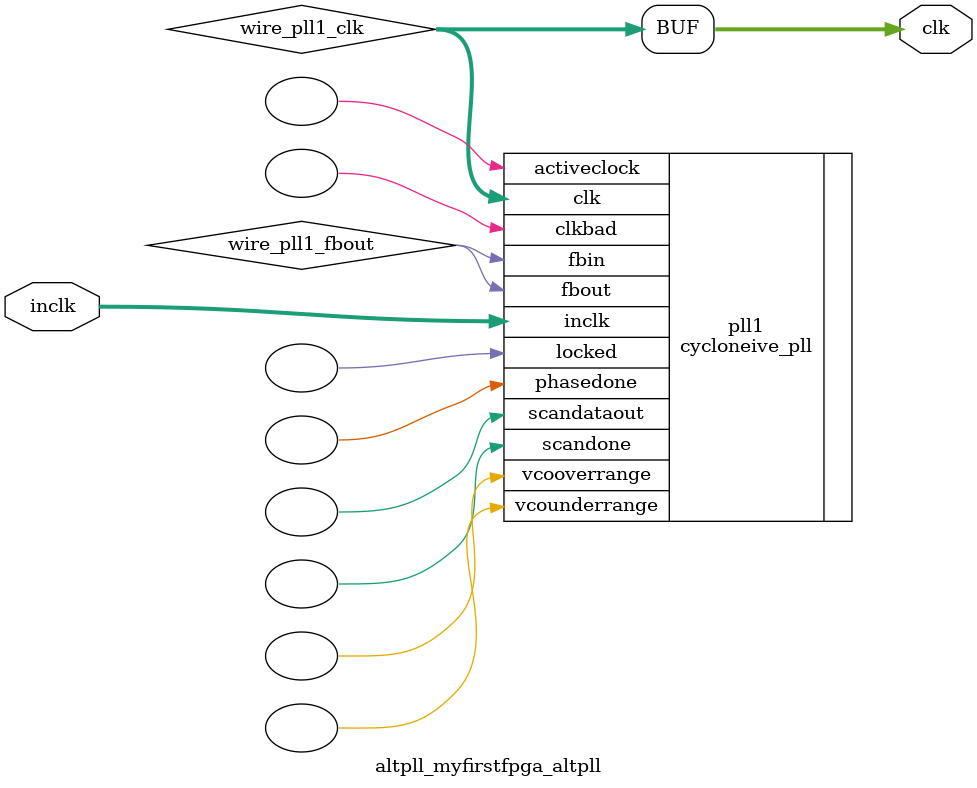
<source format=v>






//synthesis_resources = cycloneive_pll 1 
//synopsys translate_off
`timescale 1 ps / 1 ps
//synopsys translate_on
module  altpll_myfirstfpga_altpll
	( 
	clk,
	inclk) /* synthesis synthesis_clearbox=1 */;
	output   [4:0]  clk;
	input   [1:0]  inclk;
`ifndef ALTERA_RESERVED_QIS
// synopsys translate_off
`endif
	tri0   [1:0]  inclk;
`ifndef ALTERA_RESERVED_QIS
// synopsys translate_on
`endif

	wire  [4:0]   wire_pll1_clk;
	wire  wire_pll1_fbout;

	cycloneive_pll   pll1
	( 
	.activeclock(),
	.clk(wire_pll1_clk),
	.clkbad(),
	.fbin(wire_pll1_fbout),
	.fbout(wire_pll1_fbout),
	.inclk(inclk),
	.locked(),
	.phasedone(),
	.scandataout(),
	.scandone(),
	.vcooverrange(),
	.vcounderrange()
	`ifndef FORMAL_VERIFICATION
	// synopsys translate_off
	`endif
	,
	.areset(1'b0),
	.clkswitch(1'b0),
	.configupdate(1'b0),
	.pfdena(1'b1),
	.phasecounterselect({3{1'b0}}),
	.phasestep(1'b0),
	.phaseupdown(1'b0),
	.scanclk(1'b0),
	.scanclkena(1'b1),
	.scandata(1'b0)
	`ifndef FORMAL_VERIFICATION
	// synopsys translate_on
	`endif
	);
	defparam
		pll1.bandwidth_type = "auto",
		pll1.clk0_divide_by = 25,
		pll1.clk0_duty_cycle = 50,
		pll1.clk0_multiply_by = 1,
		pll1.clk0_phase_shift = "0",
		pll1.compensate_clock = "clk0",
		pll1.inclk0_input_frequency = 20000,
		pll1.operation_mode = "normal",
		pll1.pll_type = "auto",
		pll1.lpm_type = "cycloneive_pll";
	assign
		clk = {wire_pll1_clk[4:0]};
endmodule //altpll_myfirstfpga_altpll
//VALID FILE

</source>
